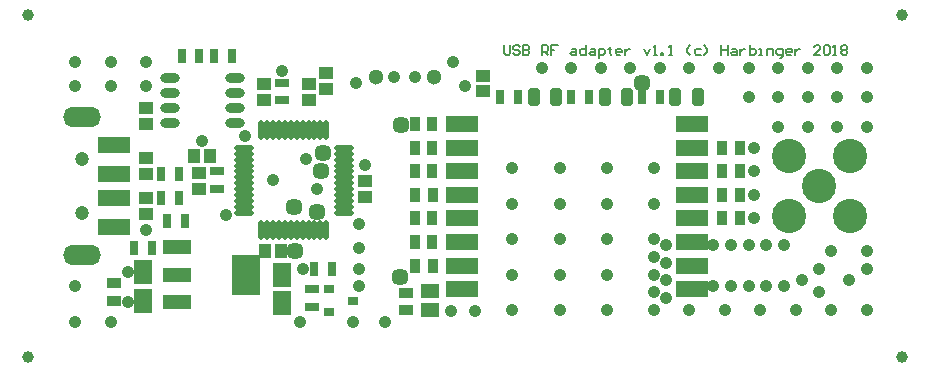
<source format=gts>
G04*
G04 #@! TF.GenerationSoftware,Altium Limited,Altium Designer,18.1.1 (9)*
G04*
G04 Layer_Color=8388736*
%FSLAX42Y42*%
%MOMM*%
G71*
G01*
G75*
%ADD10C,0.15*%
G04:AMPARAMS|DCode=11|XSize=1.06mm|YSize=1.55mm|CornerRadius=0.32mm|HoleSize=0mm|Usage=FLASHONLY|Rotation=0.000|XOffset=0mm|YOffset=0mm|HoleType=Round|Shape=RoundedRectangle|*
%AMROUNDEDRECTD11*
21,1,1.06,0.91,0,0,0.0*
21,1,0.42,1.55,0,0,0.0*
1,1,0.64,0.21,-0.46*
1,1,0.64,-0.21,-0.46*
1,1,0.64,-0.21,0.46*
1,1,0.64,0.21,0.46*
%
%ADD11ROUNDEDRECTD11*%
%ADD12R,0.80X1.15*%
%ADD13R,0.94X1.22*%
%ADD14R,1.15X0.80*%
%ADD15R,1.20X1.00*%
%ADD16R,2.70X1.40*%
%ADD17R,1.65X1.20*%
%ADD18R,1.22X0.94*%
%ADD19R,0.90X0.80*%
%ADD20R,1.50X2.15*%
%ADD21R,1.00X1.20*%
%ADD22R,2.35X1.20*%
%ADD23R,2.35X3.45*%
%ADD24O,1.65X0.80*%
%ADD25O,1.65X0.50*%
%ADD26O,0.50X1.65*%
%ADD27R,2.70X1.45*%
%ADD28C,1.00*%
%ADD29C,1.45*%
%ADD30C,2.90*%
%ADD31C,1.30*%
%ADD32C,1.20*%
%ADD33O,3.20X1.70*%
%ADD34C,1.45*%
%ADD35C,1.05*%
D10*
X3830Y2440D02*
Y2373D01*
X3843Y2360D01*
X3870D01*
X3883Y2373D01*
Y2440D01*
X3963Y2427D02*
X3950Y2440D01*
X3923D01*
X3910Y2427D01*
Y2413D01*
X3923Y2400D01*
X3950D01*
X3963Y2387D01*
Y2373D01*
X3950Y2360D01*
X3923D01*
X3910Y2373D01*
X3990Y2440D02*
Y2360D01*
X4030D01*
X4043Y2373D01*
Y2387D01*
X4030Y2400D01*
X3990D01*
X4030D01*
X4043Y2413D01*
Y2427D01*
X4030Y2440D01*
X3990D01*
X4150Y2360D02*
Y2440D01*
X4190D01*
X4203Y2427D01*
Y2400D01*
X4190Y2387D01*
X4150D01*
X4177D02*
X4203Y2360D01*
X4283Y2440D02*
X4230D01*
Y2400D01*
X4257D01*
X4230D01*
Y2360D01*
X4403Y2413D02*
X4430D01*
X4443Y2400D01*
Y2360D01*
X4403D01*
X4390Y2373D01*
X4403Y2387D01*
X4443D01*
X4523Y2440D02*
Y2360D01*
X4483D01*
X4470Y2373D01*
Y2400D01*
X4483Y2413D01*
X4523D01*
X4563D02*
X4590D01*
X4603Y2400D01*
Y2360D01*
X4563D01*
X4550Y2373D01*
X4563Y2387D01*
X4603D01*
X4630Y2333D02*
Y2413D01*
X4670D01*
X4683Y2400D01*
Y2373D01*
X4670Y2360D01*
X4630D01*
X4723Y2427D02*
Y2413D01*
X4710D01*
X4736D01*
X4723D01*
Y2373D01*
X4736Y2360D01*
X4816D02*
X4790D01*
X4776Y2373D01*
Y2400D01*
X4790Y2413D01*
X4816D01*
X4830Y2400D01*
Y2387D01*
X4776D01*
X4856Y2413D02*
Y2360D01*
Y2387D01*
X4870Y2400D01*
X4883Y2413D01*
X4896D01*
X5016D02*
X5043Y2360D01*
X5070Y2413D01*
X5096Y2360D02*
X5123D01*
X5110D01*
Y2440D01*
X5096Y2427D01*
X5163Y2360D02*
Y2373D01*
X5176D01*
Y2360D01*
X5163D01*
X5230D02*
X5256D01*
X5243D01*
Y2440D01*
X5230Y2427D01*
X5403Y2360D02*
X5376Y2387D01*
Y2413D01*
X5403Y2440D01*
X5496Y2413D02*
X5456D01*
X5443Y2400D01*
Y2373D01*
X5456Y2360D01*
X5496D01*
X5523D02*
X5549Y2387D01*
Y2413D01*
X5523Y2440D01*
X5669D02*
Y2360D01*
Y2400D01*
X5723D01*
Y2440D01*
Y2360D01*
X5763Y2413D02*
X5789D01*
X5803Y2400D01*
Y2360D01*
X5763D01*
X5749Y2373D01*
X5763Y2387D01*
X5803D01*
X5829Y2413D02*
Y2360D01*
Y2387D01*
X5843Y2400D01*
X5856Y2413D01*
X5869D01*
X5909Y2440D02*
Y2360D01*
X5949D01*
X5963Y2373D01*
Y2387D01*
Y2400D01*
X5949Y2413D01*
X5909D01*
X5989Y2360D02*
X6016D01*
X6003D01*
Y2413D01*
X5989D01*
X6056Y2360D02*
Y2413D01*
X6096D01*
X6109Y2400D01*
Y2360D01*
X6163Y2333D02*
X6176D01*
X6189Y2347D01*
Y2413D01*
X6149D01*
X6136Y2400D01*
Y2373D01*
X6149Y2360D01*
X6189D01*
X6256D02*
X6229D01*
X6216Y2373D01*
Y2400D01*
X6229Y2413D01*
X6256D01*
X6269Y2400D01*
Y2387D01*
X6216D01*
X6296Y2413D02*
Y2360D01*
Y2387D01*
X6309Y2400D01*
X6323Y2413D01*
X6336D01*
X6509Y2360D02*
X6456D01*
X6509Y2413D01*
Y2427D01*
X6496Y2440D01*
X6469D01*
X6456Y2427D01*
X6536D02*
X6549Y2440D01*
X6576D01*
X6589Y2427D01*
Y2373D01*
X6576Y2360D01*
X6549D01*
X6536Y2373D01*
Y2427D01*
X6616Y2360D02*
X6642D01*
X6629D01*
Y2440D01*
X6616Y2427D01*
X6682D02*
X6696Y2440D01*
X6722D01*
X6736Y2427D01*
Y2413D01*
X6722Y2400D01*
X6736Y2387D01*
Y2373D01*
X6722Y2360D01*
X6696D01*
X6682Y2373D01*
Y2387D01*
X6696Y2400D01*
X6682Y2413D01*
Y2427D01*
X6696Y2400D02*
X6722D01*
D11*
X4869Y2000D02*
D03*
X4681D02*
D03*
X5469D02*
D03*
X5281D02*
D03*
X4269D02*
D03*
X4081D02*
D03*
D12*
X4550D02*
D03*
X4400D02*
D03*
X5000D02*
D03*
X5150D02*
D03*
X3800D02*
D03*
X3950D02*
D03*
X700Y725D02*
D03*
X850D02*
D03*
X975Y950D02*
D03*
X1125D02*
D03*
X925Y1150D02*
D03*
X1075D02*
D03*
X925Y1350D02*
D03*
X1075D02*
D03*
X1375Y2350D02*
D03*
X1525D02*
D03*
X1250D02*
D03*
X1100D02*
D03*
X2225Y550D02*
D03*
X2375D02*
D03*
D13*
X3078Y575D02*
D03*
X3225D02*
D03*
X3075Y775D02*
D03*
X3222D02*
D03*
X3076Y975D02*
D03*
X3224D02*
D03*
X3078Y1175D02*
D03*
X3225D02*
D03*
X3075Y1375D02*
D03*
X3222D02*
D03*
X5678D02*
D03*
X5825D02*
D03*
X5678Y1575D02*
D03*
X5825D02*
D03*
X5678Y1175D02*
D03*
X5825D02*
D03*
X5678Y975D02*
D03*
X5825D02*
D03*
X3076Y1575D02*
D03*
X3224D02*
D03*
Y1775D02*
D03*
X3076D02*
D03*
D14*
X1400Y1375D02*
D03*
Y1225D02*
D03*
X2200Y375D02*
D03*
Y225D02*
D03*
X1950Y2125D02*
D03*
Y1975D02*
D03*
D15*
X1250Y1225D02*
D03*
Y1360D02*
D03*
X2650Y1293D02*
D03*
Y1157D02*
D03*
X2325Y2210D02*
D03*
Y2075D02*
D03*
X800Y1015D02*
D03*
Y1150D02*
D03*
Y1485D02*
D03*
Y1350D02*
D03*
X1800Y2110D02*
D03*
Y1975D02*
D03*
X2175Y2110D02*
D03*
Y1975D02*
D03*
X3650Y2185D02*
D03*
Y2050D02*
D03*
X800Y1910D02*
D03*
Y1775D02*
D03*
D16*
X3475Y1775D02*
D03*
Y1575D02*
D03*
Y1375D02*
D03*
Y1175D02*
D03*
Y975D02*
D03*
Y775D02*
D03*
Y575D02*
D03*
Y375D02*
D03*
X5425Y1775D02*
D03*
Y1575D02*
D03*
Y1375D02*
D03*
Y1175D02*
D03*
Y975D02*
D03*
Y775D02*
D03*
Y575D02*
D03*
Y375D02*
D03*
D17*
X3200Y200D02*
D03*
Y360D02*
D03*
D18*
X3000Y347D02*
D03*
Y200D02*
D03*
X525Y278D02*
D03*
Y425D02*
D03*
D19*
X2350Y185D02*
D03*
Y375D02*
D03*
X2550Y280D02*
D03*
D20*
X1950Y255D02*
D03*
Y500D02*
D03*
X775Y520D02*
D03*
Y275D02*
D03*
D21*
X1938Y700D02*
D03*
X1802D02*
D03*
X1207Y1500D02*
D03*
X1343D02*
D03*
D22*
X1057Y730D02*
D03*
Y500D02*
D03*
Y270D02*
D03*
D23*
X1642Y500D02*
D03*
D24*
X1002Y2166D02*
D03*
Y2039D02*
D03*
Y1911D02*
D03*
Y1784D02*
D03*
X1548Y2166D02*
D03*
Y2039D02*
D03*
Y1911D02*
D03*
Y1784D02*
D03*
D25*
X1627Y1573D02*
D03*
Y1523D02*
D03*
Y1473D02*
D03*
Y1423D02*
D03*
Y1373D02*
D03*
Y1323D02*
D03*
Y1273D02*
D03*
Y1223D02*
D03*
Y1173D02*
D03*
Y1123D02*
D03*
Y1073D02*
D03*
Y1023D02*
D03*
X2473D02*
D03*
Y1073D02*
D03*
Y1123D02*
D03*
Y1173D02*
D03*
Y1223D02*
D03*
Y1273D02*
D03*
Y1323D02*
D03*
Y1373D02*
D03*
Y1423D02*
D03*
Y1473D02*
D03*
Y1523D02*
D03*
Y1573D02*
D03*
D26*
X1775Y875D02*
D03*
X1825D02*
D03*
X1875D02*
D03*
X1925D02*
D03*
X1975D02*
D03*
X2025D02*
D03*
X2075D02*
D03*
X2125D02*
D03*
X2175D02*
D03*
X2225D02*
D03*
X2275D02*
D03*
X2325D02*
D03*
Y1720D02*
D03*
X2275D02*
D03*
X2225D02*
D03*
X2175D02*
D03*
X2125D02*
D03*
X2075D02*
D03*
X2025D02*
D03*
X1975D02*
D03*
X1925D02*
D03*
X1875D02*
D03*
X1825D02*
D03*
X1775D02*
D03*
D27*
X524Y900D02*
D03*
Y1150D02*
D03*
Y1350D02*
D03*
Y1600D02*
D03*
D28*
X7200Y-200D02*
D03*
X-200D02*
D03*
X7200Y2700D02*
D03*
X-200D02*
D03*
D29*
X2960Y1770D02*
D03*
D30*
X6755Y995D02*
D03*
X6245Y1505D02*
D03*
X6755D02*
D03*
X6245Y995D02*
D03*
X6500Y1250D02*
D03*
D31*
X3238Y2175D02*
D03*
X2750D02*
D03*
D32*
X254Y1025D02*
D03*
Y1475D02*
D03*
D33*
Y665D02*
D03*
Y1835D02*
D03*
D34*
X2060Y700D02*
D03*
X2250Y1030D02*
D03*
X2050Y1075D02*
D03*
X5000Y2125D02*
D03*
X2277Y1373D02*
D03*
X2300Y1525D02*
D03*
X2950Y480D02*
D03*
D35*
X2150Y1475D02*
D03*
X2600Y725D02*
D03*
Y925D02*
D03*
X2600Y550D02*
D03*
Y400D02*
D03*
X5600D02*
D03*
X3580Y190D02*
D03*
X1640Y1670D02*
D03*
X2650Y1425D02*
D03*
X650Y525D02*
D03*
X800Y875D02*
D03*
X2250Y1225D02*
D03*
X1875Y1300D02*
D03*
X3500Y2100D02*
D03*
X5100Y350D02*
D03*
Y650D02*
D03*
X2575Y2125D02*
D03*
X3400Y2300D02*
D03*
X3075Y2175D02*
D03*
X2900D02*
D03*
X2825Y100D02*
D03*
X2550D02*
D03*
X2100D02*
D03*
X500D02*
D03*
X200D02*
D03*
Y400D02*
D03*
Y2100D02*
D03*
X500D02*
D03*
X800D02*
D03*
Y2300D02*
D03*
X500D02*
D03*
X200D02*
D03*
X6500Y350D02*
D03*
X6750Y450D02*
D03*
X6900Y700D02*
D03*
Y550D02*
D03*
X4150Y2250D02*
D03*
X4400D02*
D03*
X4650D02*
D03*
X4900D02*
D03*
X5150D02*
D03*
X5400D02*
D03*
X5650D02*
D03*
X5900D02*
D03*
Y2000D02*
D03*
X6150Y2250D02*
D03*
X6400D02*
D03*
X6650D02*
D03*
X6900D02*
D03*
Y2000D02*
D03*
X6650D02*
D03*
X6400D02*
D03*
X6150D02*
D03*
X6900Y1750D02*
D03*
X6650D02*
D03*
X6400D02*
D03*
X6150D02*
D03*
X5200Y750D02*
D03*
Y450D02*
D03*
Y600D02*
D03*
Y300D02*
D03*
X5600Y750D02*
D03*
X6600Y700D02*
D03*
X6500Y550D02*
D03*
X6350Y450D02*
D03*
X6200Y400D02*
D03*
X6050D02*
D03*
X5900D02*
D03*
X5750D02*
D03*
X6200Y750D02*
D03*
X6050D02*
D03*
X5900D02*
D03*
X5750D02*
D03*
X6900Y200D02*
D03*
X6600D02*
D03*
X6300D02*
D03*
X6000D02*
D03*
X5700D02*
D03*
X3380Y190D02*
D03*
X5400Y200D02*
D03*
X5100D02*
D03*
X4700D02*
D03*
X4300D02*
D03*
X3900D02*
D03*
X5100Y500D02*
D03*
X4700D02*
D03*
X4300D02*
D03*
X3900D02*
D03*
X5100Y800D02*
D03*
X4700D02*
D03*
X4300D02*
D03*
X3900D02*
D03*
X5100Y1100D02*
D03*
X4700D02*
D03*
X4300D02*
D03*
X3900D02*
D03*
X5100Y1400D02*
D03*
X4700D02*
D03*
X4300D02*
D03*
X3900D02*
D03*
X1475Y1000D02*
D03*
X1275Y1634D02*
D03*
X1950Y2225D02*
D03*
X5950Y975D02*
D03*
Y1175D02*
D03*
Y1375D02*
D03*
Y1575D02*
D03*
X650Y270D02*
D03*
X2125Y550D02*
D03*
M02*

</source>
